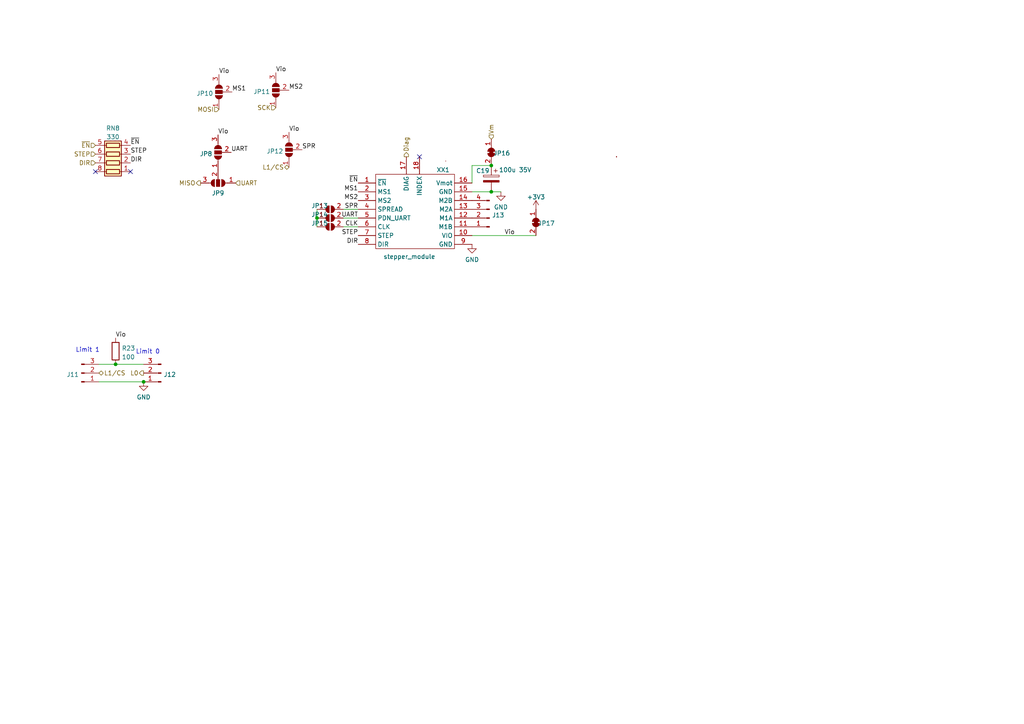
<source format=kicad_sch>
(kicad_sch (version 20211123) (generator eeschema)
  (paper "A4")
  (lib_symbols
    (symbol "Connector:Conn_01x03_Male" (pin_names (offset 1.016) hide)
      (property "Reference" "J" (at 0 5.08 0))
      (property "Value" "Conn_01x03_Male" (at 0 -5.08 0))
      (symbol "Conn_01x03_Male_1_1"
        (polyline (pts (xy 1.27 -2.54) (xy 0.8636 -2.54)) (stroke (width 0.1524)))
        (polyline (pts (xy 1.27 0) (xy 0.8636 0)) (stroke (width 0.1524)))
        (polyline (pts (xy 1.27 2.54) (xy 0.8636 2.54)) (stroke (width 0.1524)))
        (rectangle (start 0.8636 -2.413) (end 0 -2.667) (stroke (width 0.1524)) (fill (type outline)))
        (rectangle (start 0.8636 0.127) (end 0 -0.127) (stroke (width 0.1524)) (fill (type outline)))
        (rectangle (start 0.8636 2.667) (end 0 2.413) (stroke (width 0.1524)) (fill (type outline)))
        (pin passive line (at 5.08 2.54 180) (length 3.81) (name "Pin_1") (number "1"))
        (pin passive line (at 5.08 0 180) (length 3.81) (name "Pin_2") (number "2"))
        (pin passive line (at 5.08 -2.54 180) (length 3.81) (name "Pin_3") (number "3"))
      )
    )
    (symbol "Connector:Conn_01x04_Male" (pin_names (offset 1.016) hide)
      (property "Reference" "J" (at 0 5.08 0))
      (property "Value" "Conn_01x04_Male" (at 0 -7.62 0))
      (symbol "Conn_01x04_Male_1_1"
        (polyline (pts (xy 1.27 -5.08) (xy 0.8636 -5.08)) (stroke (width 0.1524)))
        (polyline (pts (xy 1.27 -2.54) (xy 0.8636 -2.54)) (stroke (width 0.1524)))
        (polyline (pts (xy 1.27 0) (xy 0.8636 0)) (stroke (width 0.1524)))
        (polyline (pts (xy 1.27 2.54) (xy 0.8636 2.54)) (stroke (width 0.1524)))
        (rectangle (start 0.8636 -4.953) (end 0 -5.207) (stroke (width 0.1524)) (fill (type outline)))
        (rectangle (start 0.8636 -2.413) (end 0 -2.667) (stroke (width 0.1524)) (fill (type outline)))
        (rectangle (start 0.8636 0.127) (end 0 -0.127) (stroke (width 0.1524)) (fill (type outline)))
        (rectangle (start 0.8636 2.667) (end 0 2.413) (stroke (width 0.1524)) (fill (type outline)))
        (pin passive line (at 5.08 2.54 180) (length 3.81) (name "Pin_1") (number "1"))
        (pin passive line (at 5.08 0 180) (length 3.81) (name "Pin_2") (number "2"))
        (pin passive line (at 5.08 -2.54 180) (length 3.81) (name "Pin_3") (number "3"))
        (pin passive line (at 5.08 -5.08 180) (length 3.81) (name "Pin_4") (number "4"))
      )
    )
    (symbol "Device:C_Polarized" (pin_numbers hide) (pin_names (offset 0.254))
      (property "Reference" "C" (at 0.635 2.54 0))
      (property "Value" "C_Polarized" (at 0.635 -2.54 0))
      (symbol "C_Polarized_0_1"
        (rectangle (start -2.286 0.508) (end 2.286 1.016))
        (polyline (pts (xy -1.778 2.286) (xy -0.762 2.286)))
        (polyline (pts (xy -1.27 2.794) (xy -1.27 1.778)))
        (rectangle (start 2.286 -0.508) (end -2.286 -1.016) (fill (type outline)))
      )
      (symbol "C_Polarized_1_1"
        (pin passive line (at 0 3.81 270) (length 2.794) (name "~") (number "1"))
        (pin passive line (at 0 -3.81 90) (length 2.794) (name "~") (number "2"))
      )
    )
    (symbol "Device:R" (pin_numbers hide) (pin_names (offset 0))
      (property "Reference" "R" (at 2.032 0 90))
      (property "Value" "R" (at 0 0 90))
      (symbol "R_0_1"
        (rectangle (start -1.016 -2.54) (end 1.016 2.54) (stroke (width 0.254)))
      )
      (symbol "R_1_1"
        (pin passive line (at 0 3.81 270) (length 1.27) (name "~") (number "1"))
        (pin passive line (at 0 -3.81 90) (length 1.27) (name "~") (number "2"))
      )
    )
    (symbol "Device:R_Pack04" (pin_names (offset 0) hide)
      (property "Reference" "RN" (at -7.62 0 90))
      (property "Value" "R_Pack04" (at 5.08 0 90))
      (symbol "R_Pack04_0_1"
        (rectangle (start -6.35 -2.413) (end 3.81 2.413) (stroke (width 0.254)) (fill (type background)))
        (rectangle (start -5.715 1.905) (end -4.445 -1.905) (stroke (width 0.254)))
        (rectangle (start -3.175 1.905) (end -1.905 -1.905) (stroke (width 0.254)))
        (rectangle (start -0.635 1.905) (end 0.635 -1.905) (stroke (width 0.254)))
        (polyline (pts (xy -5.08 -2.54) (xy -5.08 -1.905)))
        (polyline (pts (xy -5.08 1.905) (xy -5.08 2.54)))
        (polyline (pts (xy -2.54 -2.54) (xy -2.54 -1.905)))
        (polyline (pts (xy -2.54 1.905) (xy -2.54 2.54)))
        (polyline (pts (xy 0 -2.54) (xy 0 -1.905)))
        (polyline (pts (xy 0 1.905) (xy 0 2.54)))
        (polyline (pts (xy 2.54 -2.54) (xy 2.54 -1.905)))
        (polyline (pts (xy 2.54 1.905) (xy 2.54 2.54)))
        (rectangle (start 1.905 1.905) (end 3.175 -1.905) (stroke (width 0.254)))
      )
      (symbol "R_Pack04_1_1"
        (pin passive line (at -5.08 -5.08 90) (length 2.54) (name "R1.1") (number "1"))
        (pin passive line (at -2.54 -5.08 90) (length 2.54) (name "R2.1") (number "2"))
        (pin passive line (at 0 -5.08 90) (length 2.54) (name "R3.1") (number "3"))
        (pin passive line (at 2.54 -5.08 90) (length 2.54) (name "R4.1") (number "4"))
        (pin passive line (at 2.54 5.08 270) (length 2.54) (name "R4.2") (number "5"))
        (pin passive line (at 0 5.08 270) (length 2.54) (name "R3.2") (number "6"))
        (pin passive line (at -2.54 5.08 270) (length 2.54) (name "R2.2") (number "7"))
        (pin passive line (at -5.08 5.08 270) (length 2.54) (name "R1.2") (number "8"))
      )
    )
    (symbol "Jumper:SolderJumper_2_Bridged" (pin_names (offset 0) hide)
      (property "Reference" "JP" (at 0 2.032 0))
      (property "Value" "SolderJumper_2_Bridged" (at 0 -2.54 0))
      (symbol "SolderJumper_2_Bridged_0_1"
        (rectangle (start -0.508 0.508) (end 0.508 -0.508) (fill (type outline)))
        (arc (start -0.254 1.016) (mid -1.27 0) (end -0.254 -1.016))
        (arc (start -0.254 1.016) (mid -1.27 0) (end -0.254 -1.016) (fill (type outline)))
        (polyline (pts (xy -0.254 1.016) (xy -0.254 -1.016)))
        (polyline (pts (xy 0.254 1.016) (xy 0.254 -1.016)))
        (arc (start 0.254 -1.016) (mid 1.27 0) (end 0.254 1.016))
        (arc (start 0.254 -1.016) (mid 1.27 0) (end 0.254 1.016) (fill (type outline)))
      )
      (symbol "SolderJumper_2_Bridged_1_1"
        (pin passive line (at -3.81 0 0) (length 2.54) (name "A") (number "1"))
        (pin passive line (at 3.81 0 180) (length 2.54) (name "B") (number "2"))
      )
    )
    (symbol "Jumper:SolderJumper_2_Open" (pin_names (offset 0) hide)
      (property "Reference" "JP" (at 0 2.032 0))
      (property "Value" "SolderJumper_2_Open" (at 0 -2.54 0))
      (symbol "SolderJumper_2_Open_0_1"
        (arc (start -0.254 1.016) (mid -1.27 0) (end -0.254 -1.016))
        (arc (start -0.254 1.016) (mid -1.27 0) (end -0.254 -1.016) (fill (type outline)))
        (polyline (pts (xy -0.254 1.016) (xy -0.254 -1.016)))
        (polyline (pts (xy 0.254 1.016) (xy 0.254 -1.016)))
        (arc (start 0.254 -1.016) (mid 1.27 0) (end 0.254 1.016))
        (arc (start 0.254 -1.016) (mid 1.27 0) (end 0.254 1.016) (fill (type outline)))
      )
      (symbol "SolderJumper_2_Open_1_1"
        (pin passive line (at -3.81 0 0) (length 2.54) (name "A") (number "1"))
        (pin passive line (at 3.81 0 180) (length 2.54) (name "B") (number "2"))
      )
    )
    (symbol "Jumper:SolderJumper_3_Open" (pin_names (offset 0) hide)
      (property "Reference" "JP" (at -2.54 -2.54 0))
      (property "Value" "SolderJumper_3_Open" (at 0 2.794 0))
      (symbol "SolderJumper_3_Open_0_1"
        (arc (start -1.016 1.016) (mid -2.032 0) (end -1.016 -1.016))
        (arc (start -1.016 1.016) (mid -2.032 0) (end -1.016 -1.016) (fill (type outline)))
        (rectangle (start -0.508 1.016) (end 0.508 -1.016) (fill (type outline)))
        (polyline (pts (xy -2.54 0) (xy -2.032 0)))
        (polyline (pts (xy -1.016 1.016) (xy -1.016 -1.016)))
        (polyline (pts (xy 0 -1.27) (xy 0 -1.016)))
        (polyline (pts (xy 1.016 1.016) (xy 1.016 -1.016)))
        (polyline (pts (xy 2.54 0) (xy 2.032 0)))
        (arc (start 1.016 -1.016) (mid 2.032 0) (end 1.016 1.016))
        (arc (start 1.016 -1.016) (mid 2.032 0) (end 1.016 1.016) (fill (type outline)))
      )
      (symbol "SolderJumper_3_Open_1_1"
        (pin passive line (at -5.08 0 0) (length 2.54) (name "A") (number "1"))
        (pin passive line (at 0 -3.81 90) (length 2.54) (name "C") (number "2"))
        (pin passive line (at 5.08 0 180) (length 2.54) (name "B") (number "3"))
      )
    )
    (symbol "power:+3.3V" (power) (pin_names (offset 0))
      (property "Value" "+3.3V" (at 0 3.556 0))
      (symbol "+3.3V_0_1"
        (polyline (pts (xy -0.762 1.27) (xy 0 2.54)))
        (polyline (pts (xy 0 0) (xy 0 2.54)))
        (polyline (pts (xy 0 2.54) (xy 0.762 1.27)))
      )
      (symbol "+3.3V_1_1"
        (pin power_in line (at 0 0 90) (length 0) hide (name "+3V3") (number "1"))
      )
    )
    (symbol "power:GND" (power) (pin_names (offset 0))
      (property "Value" "GND" (at 0 -3.81 0))
      (symbol "GND_0_1"
        (polyline (pts (xy 0 0) (xy 0 -1.27) (xy 1.27 -1.27) (xy 0 -2.54) (xy -1.27 -1.27) (xy 0 -1.27)))
      )
      (symbol "GND_1_1"
        (pin power_in line (at 0 0 270) (length 0) hide (name "GND") (number "1"))
      )
    )
    (symbol "stepper_module:stepper_module"
      (property "Reference" "PH" (at 5.08 13.97 0))
      (property "Value" "stepper_module" (at 0 -11.43 0))
      (symbol "stepper_module_0_1"
        (polyline (pts (xy 8.89 15.24) (xy 8.89 15.24)) (stroke (width 0.1524)))
        (rectangle (start 8.89 15.24) (end 8.89 15.24) (stroke (width 0.1524)))
        (rectangle (start 8.89 15.24) (end 8.89 15.24) (stroke (width 0.1524)))
        (rectangle (start 8.89 15.24) (end 8.89 15.24) (stroke (width 0.1524)))
        (rectangle (start 8.89 15.24) (end 8.89 15.24) (stroke (width 0.1524)))
        (rectangle (start 8.89 15.24) (end 8.89 15.24) (stroke (width 0.1524)))
        (rectangle (start 8.89 15.24) (end 8.89 15.24) (stroke (width 0.1524)))
        (rectangle (start 8.89 15.24) (end 8.89 15.24) (stroke (width 0.1524)))
        (rectangle (start 8.89 15.24) (end 8.89 15.24) (stroke (width 0.1524)))
        (rectangle (start 8.89 15.24) (end 8.89 15.24) (stroke (width 0.1524)))
        (rectangle (start 11.43 -10.16) (end -11.43 11.43) (stroke (width 0.1524)))
        (arc (start 58.42 16.51) (mid 58.42 16.51) (end 58.42 16.51) (stroke (width 0.1524)))
        (circle (center 58.42 16.51) (radius 0.0001) (stroke (width 0.1524)))
        (circle (center 58.42 16.51) (radius 0.0001) (stroke (width 0.1524)))
      )
      (symbol "stepper_module_1_1"
        (pin passive line (at -16.51 8.89 0) (length 5.08) (name "~{EN}") (number "1"))
        (pin passive line (at 16.51 -6.35 180) (length 5.08) (name "VIO") (number "10"))
        (pin passive line (at 16.51 -3.81 180) (length 5.08) (name "M1B") (number "11"))
        (pin passive line (at 16.51 -1.27 180) (length 5.08) (name "M1A") (number "12"))
        (pin passive line (at 16.51 1.27 180) (length 5.08) (name "M2A") (number "13"))
        (pin passive line (at 16.51 3.81 180) (length 5.08) (name "M2B") (number "14"))
        (pin passive line (at 16.51 6.35 180) (length 5.08) (name "GND") (number "15"))
        (pin passive line (at 16.51 8.89 180) (length 5.08) (name "Vmot") (number "16"))
        (pin passive line (at -2.54 16.51 270) (length 5.08) (name "DIAG") (number "17"))
        (pin passive line (at 1.27 16.51 270) (length 5.08) (name "INDEX") (number "18"))
        (pin passive line (at -16.51 6.35 0) (length 5.08) (name "MS1") (number "2"))
        (pin passive line (at -16.51 3.81 0) (length 5.08) (name "MS2") (number "3"))
        (pin passive line (at -16.51 1.27 0) (length 5.08) (name "SPREAD") (number "4"))
        (pin passive line (at -16.51 -1.27 0) (length 5.08) (name "PDN_UART") (number "5"))
        (pin passive line (at -16.51 -3.81 0) (length 5.08) (name "CLK") (number "6"))
        (pin passive line (at -16.51 -6.35 0) (length 5.08) (name "STEP") (number "7"))
        (pin passive line (at -16.51 -8.89 0) (length 5.08) (name "DIR") (number "8"))
        (pin passive line (at 16.51 -8.89 180) (length 5.08) (name "GND") (number "9"))
      )
    )
  )
  (junction (at 33.528 105.664))
  (junction (at 142.494 55.626))
  (junction (at 91.948 63.246))
  (junction (at 142.494 48.006))
  (junction (at 41.656 110.744))
  (no_connect (at 121.666 45.466))
  (no_connect (at 37.846 49.784))
  (no_connect (at 27.686 49.784))
  (wire (pts (xy 136.906 53.086) (xy 136.906 48.006)))
  (wire (pts (xy 136.906 48.006) (xy 142.494 48.006)))
  (wire (pts (xy 142.494 55.626) (xy 145.288 55.626)))
  (wire (pts (xy 28.702 105.664) (xy 33.528 105.664)))
  (wire (pts (xy 99.568 63.246) (xy 103.886 63.246)))
  (wire (pts (xy 91.948 63.246) (xy 91.948 65.786)))
  (wire (pts (xy 136.906 68.326) (xy 155.448 68.326)))
  (wire (pts (xy 99.568 60.706) (xy 103.886 60.706)))
  (wire (pts (xy 136.906 55.626) (xy 142.494 55.626)))
  (wire (pts (xy 28.702 110.744) (xy 41.656 110.744)))
  (wire (pts (xy 33.528 105.664) (xy 41.656 105.664)))
  (wire (pts (xy 91.948 60.706) (xy 91.948 63.246)))
  (wire (pts (xy 99.568 65.786) (xy 103.886 65.786)))
  (text "Limit 1" (at 28.956 102.362 180) (effects (font (size 1.27 1.27)) (justify right bottom)))
  (text "Limit 0" (at 39.37 102.87 0) (effects (font (size 1.27 1.27)) (justify left bottom)))
  (label "MS1" (at 67.31 26.67 0))
  (label "Vio" (at 83.82 38.354 0))
  (label "MS1" (at 103.886 55.626 180))
  (label "STEP" (at 103.886 68.326 180))
  (label "Vio" (at 63.246 39.116 0))
  (label "~{EN}" (at 37.846 42.164 0))
  (label "MS2" (at 83.82 26.162 0))
  (label "Vio" (at 80.01 21.082 0))
  (label "Vio" (at 146.304 68.326 0))
  (label "Vio" (at 63.5 21.59 0))
  (label "UART" (at 103.886 63.246 180))
  (label "SPR" (at 103.886 60.706 180))
  (label "~{EN}" (at 103.886 53.086 180))
  (label "UART" (at 67.056 44.196 0))
  (label "DIR" (at 37.846 47.244 0))
  (label "STEP" (at 37.846 44.704 0))
  (label "MS2" (at 103.886 58.166 180))
  (label "SPR" (at 87.63 43.434 0))
  (label "CLK" (at 103.886 65.786 180))
  (label "Vio" (at 33.528 98.044 0))
  (label "DIR" (at 103.886 70.866 180))
  (hierarchical_label "L0" (shape output) (at 41.656 108.204 180))
  (hierarchical_label "L1{slash}CS" (shape bidirectional) (at 28.702 108.204 0))
  (hierarchical_label "STEP" (shape input) (at 27.686 44.704 180))
  (hierarchical_label "SCK" (shape input) (at 80.01 31.242 180))
  (hierarchical_label "DIR" (shape input) (at 27.686 47.244 180))
  (hierarchical_label "UART" (shape input) (at 68.326 53.086 0))
  (hierarchical_label "MOSI" (shape input) (at 63.5 31.75 180))
  (hierarchical_label "L1{slash}CS" (shape bidirectional) (at 83.82 48.514 180))
  (hierarchical_label "Vm" (shape input) (at 142.494 40.386 90))
  (hierarchical_label "Diag" (shape output) (at 117.856 45.466 90))
  (hierarchical_label "MISO" (shape output) (at 58.166 53.086 180))
  (hierarchical_label "~{EN}" (shape input) (at 27.686 42.164 180))
  (symbol (lib_id "Device:C_Polarized") (at 142.494 51.816 0) (mirror y) (unit 1)
    (property "Reference" "C19" (at 141.986 49.53 0) (effects (justify left)))
    (property "Value" "100u 35V" (at 154.178 49.276 0) (effects (justify left)))
    (property "Footprint" "Capacitor_THT:CP_Radial_D8.0mm_P3.50mm" (effects hide))
  )
  (symbol (lib_id "Connector:Conn_01x03_Male") (at 23.622 108.204 0) (mirror x) (unit 1)
    (property "Reference" "J11" (at 22.9108 108.6378 0) (effects (justify right)))
    (property "Value" "Conn_01x03_Male" (effects hide))
    (property "Footprint" "Connector_PinHeader_2.54mm:PinHeader_1x03_P2.54mm_Vertical" (effects hide))
  )
  (symbol (lib_id "Connector:Conn_01x03_Male") (at 46.736 108.204 180) (unit 1)
    (property "Reference" "J12" (at 47.4472 108.6378 0) (effects (justify right)))
    (property "Value" "Conn_01x03_Male" (effects hide))
    (property "Footprint" "Connector_PinHeader_2.54mm:PinHeader_1x03_P2.54mm_Vertical" (effects hide))
  )
  (symbol (lib_id "Jumper:SolderJumper_2_Bridged") (at 142.494 44.196 270) (unit 1)
    (property "Reference" "JP16" (at 145.542 44.45 90))
    (property "Value" "SolderJumper_2_Bridged" (effects hide))
    (property "Footprint" "Jumper:SolderJumper-2_P1.3mm_Open_TrianglePad1.0x1.5mm" (effects hide))
  )
  (symbol (lib_id "power:GND") (at 136.906 70.866 0) (unit 1)
    (property "Reference" "#PWR040" (effects hide))
    (property "Value" "GND" (at 136.906 75.3094 0))
  )
  (symbol (lib_id "Device:R") (at 33.528 101.854 0) (unit 1)
    (property "Reference" "R23" (at 35.306 101.0193 0) (effects (justify left)))
    (property "Value" "100" (at 35.306 103.5562 0) (effects (justify left)))
    (property "Footprint" "Resistor_SMD:R_0603_1608Metric_Pad0.98x0.95mm_HandSolder" (effects hide))
  )
  (symbol (lib_id "Jumper:SolderJumper_2_Open") (at 95.758 65.786 0) (unit 1)
    (property "Reference" "JP15" (at 92.71 64.77 0))
    (property "Value" "SolderJumper_2_Bridged" (effects hide))
    (property "Footprint" "Jumper:SolderJumper-2_P1.3mm_Open_TrianglePad1.0x1.5mm" (effects hide))
  )
  (symbol (lib_id "Jumper:SolderJumper_2_Open") (at 95.758 63.246 0) (unit 1)
    (property "Reference" "JP14" (at 92.71 62.23 0))
    (property "Value" "SolderJumper_2_Bridged" (effects hide))
    (property "Footprint" "Jumper:SolderJumper-2_P1.3mm_Open_TrianglePad1.0x1.5mm" (effects hide))
  )
  (symbol (lib_id "power:+3.3V") (at 155.448 60.706 0) (unit 1)
    (property "Reference" "#PWR042" (effects hide))
    (property "Value" "+3.3V" (at 155.448 57.15 0))
  )
  (symbol (lib_id "stepper_module:stepper_module") (at 120.396 61.976 0) (unit 1)
    (property "Reference" "XX1" (at 128.524 49.276 0))
    (property "Value" "stepper_module" (at 118.745 74.422 0))
    (property "Footprint" "stepper:stepper_module" (effects hide))
  )
  (symbol (lib_id "Jumper:SolderJumper_2_Open") (at 95.758 60.706 0) (unit 1)
    (property "Reference" "JP13" (at 92.71 59.69 0))
    (property "Value" "SolderJumper_2_Bridged" (effects hide))
    (property "Footprint" "Jumper:SolderJumper-2_P1.3mm_Open_TrianglePad1.0x1.5mm" (effects hide))
  )
  (symbol (lib_id "Jumper:SolderJumper_2_Bridged") (at 155.448 64.516 270) (unit 1)
    (property "Reference" "JP17" (at 158.496 64.77 90))
    (property "Value" "SolderJumper_2_Bridged" (effects hide))
    (property "Footprint" "Jumper:SolderJumper-2_P1.3mm_Open_TrianglePad1.0x1.5mm" (effects hide))
  )
  (symbol (lib_id "Device:R_Pack04") (at 32.766 44.704 90) (unit 1)
    (property "Reference" "RN8" (at 32.766 37.1942 90))
    (property "Value" "330" (at 32.766 39.7311 90))
    (property "Footprint" "Resistor_SMD:R_Array_Convex_4x0603" (effects hide))
  )
  (symbol (lib_id "Jumper:SolderJumper_3_Open") (at 63.246 53.086 180) (unit 1)
    (property "Reference" "JP9" (at 63.246 56.0054 0))
    (property "Value" "SolderJumper_3_Open" (effects hide))
    (property "Footprint" "Jumper:SolderJumper-3_P2.0mm_Open_TrianglePad1.0x1.5mm" (effects hide))
  )
  (symbol (lib_id "Jumper:SolderJumper_3_Open") (at 80.01 26.162 90) (unit 1)
    (property "Reference" "JP11" (at 78.359 26.5958 90) (effects (justify left)))
    (property "Value" "SolderJumper_3_Open" (effects hide))
    (property "Footprint" "Jumper:SolderJumper-3_P2.0mm_Open_TrianglePad1.0x1.5mm" (effects hide))
  )
  (symbol (lib_id "Jumper:SolderJumper_3_Open") (at 63.5 26.67 90) (unit 1)
    (property "Reference" "JP10" (at 61.849 27.1038 90) (effects (justify left)))
    (property "Value" "SolderJumper_3_Open" (effects hide))
    (property "Footprint" "Jumper:SolderJumper-3_P2.0mm_Open_TrianglePad1.0x1.5mm" (effects hide))
  )
  (symbol (lib_id "Jumper:SolderJumper_3_Open") (at 83.82 43.434 90) (unit 1)
    (property "Reference" "JP12" (at 82.169 43.8678 90) (effects (justify left)))
    (property "Value" "SolderJumper_3_Open" (effects hide))
    (property "Footprint" "Jumper:SolderJumper-3_P2.0mm_Open_TrianglePad1.0x1.5mm" (effects hide))
  )
  (symbol (lib_id "power:GND") (at 41.656 110.744 0) (unit 1)
    (property "Reference" "#PWR039" (effects hide))
    (property "Value" "GND" (at 41.656 115.1874 0))
  )
  (symbol (lib_id "Connector:Conn_01x04_Male") (at 141.986 63.246 180) (unit 1)
    (property "Reference" "J13" (at 142.6972 62.4098 0) (effects (justify right)))
    (property "Value" "Conn_01x04_Male" (effects hide))
    (property "Footprint" "Connector_PinHeader_2.54mm:PinHeader_1x04_P2.54mm_Vertical" (effects hide))
  )
  (symbol (lib_id "Jumper:SolderJumper_3_Open") (at 63.246 44.196 90) (unit 1)
    (property "Reference" "JP8" (at 61.595 44.6298 90) (effects (justify left)))
    (property "Value" "SolderJumper_3_Open" (effects hide))
    (property "Footprint" "Jumper:SolderJumper-3_P2.0mm_Open_TrianglePad1.0x1.5mm" (effects hide))
  )
  (symbol (lib_id "power:GND") (at 145.288 55.626 0) (unit 1)
    (property "Reference" "#PWR041" (effects hide))
    (property "Value" "GND" (at 145.288 60.0694 0))
  )
)
</source>
